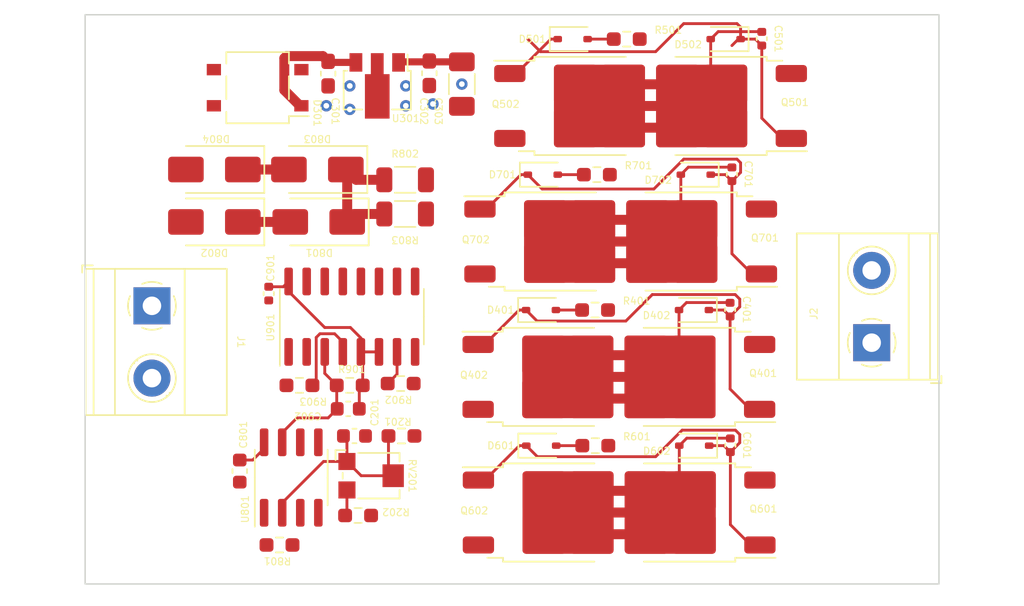
<source format=kicad_pcb>
(kicad_pcb (version 20221018) (generator pcbnew)
  (layers (0 "F.Cu" signal) (31 "B.Cu" signal) (34 "B.Paste" user) (35 "F.Paste" user) (36 "B.SilkS" user "B.Silkscreen") (37 "F.SilkS" user "F.Silkscreen") (38 "B.Mask" user) (39 "F.Mask" user) (44 "Edge.Cuts" user))
  (net 0 "")
  (net 1 "GND")
  (net 2 "/Vref/Vref")
  (net 3 "VCC")
  (net 4 "+5V")
  (net 5 "Net-(D402-A)")
  (net 6 "Net-(D401-K)")
  (net 7 "Net-(D502-A)")
  (net 8 "Net-(D501-K)")
  (net 9 "Net-(D602-A)")
  (net 10 "Net-(D601-K)")
  (net 11 "Net-(D702-A)")
  (net 12 "Net-(D701-K)")
  (net 13 "/compA/clock")
  (net 14 "/DCC_IN_B")
  (net 15 "/DCC_IN_A")
  (net 16 "Net-(D401-A)")
  (net 17 "Net-(D501-A)")
  (net 18 "Net-(D601-A)")
  (net 19 "Net-(D701-A)")
  (net 20 "Net-(D801-K)")
  (net 21 "/Mosfets1/IN")
  (net 22 "/DCC_OUT_A")
  (net 23 "/DCC_OUT_B")
  (net 24 "Net-(R202-Pad1)")
  (net 25 "/Mosfets1/GATE")
  (net 26 "/Mosfets2/GATE")
  (net 27 "Net-(U901A-S)")
  (net 28 "Net-(U901A-R)")
  (footprint "Resistor_SMD:R_1206_3216Metric" (layer "F.Cu") (at 182.9875 73 180)
    (fp_text reference "R803" (at 0 -1.82 180 unlocked) (layer "F.SilkS") (effects (font (size 0.5 0.5) (thickness 0.075))))
    (fp_text value "0R1")
    (pad "1" smd roundrect (at -1.4625 0 180) (size 1.125 1.75) (layers "F.Cu" "F.Paste" "F.Mask") (roundrect_rratio 0.2222222222) (net 1 "GND"))
    (pad "2" smd roundrect (at 1.4625 0 180) (size 1.125 1.75) (layers "F.Cu" "F.Paste" "F.Mask") (roundrect_rratio 0.2222222222) (net 20 "Net-(D801-K)"))
  )
  (footprint "Capacitor_SMD:C_0402_1005Metric" (layer "F.Cu") (at 173.402 78.5945 -90)
    (fp_text reference "C901" (at -1.806 -0.127 90 unlocked) (layer "F.SilkS") (effects (font (size 0.5 0.5) (thickness 0.075))))
    (fp_text value "100nF")
    (pad "1" smd roundrect (at -0.48 0 270) (size 0.56 0.62) (layers "F.Cu" "F.Paste" "F.Mask") (net 3 "VCC"))
    (pad "2" smd roundrect (at 0.48 0 270) (size 0.56 0.62) (layers "F.Cu" "F.Paste" "F.Mask") (net 1 "GND"))
  )
  (footprint "custom_kicad_lib_sk:R_0603_smalltext" (layer "F.Cu") (at 179.6815 94.1875)
    (fp_text reference "R202" (at 2.667 -0.254 180 unlocked) (layer "F.SilkS") (effects (font (size 0.5 0.5) (thickness 0.075))))
    (fp_text value "150R")
    (pad "1" smd roundrect (at -0.9125 0) (size 0.975 0.95) (layers "F.Cu" "F.Paste" "F.Mask") (net 24 "Net-(R202-Pad1)"))
    (pad "2" smd roundrect (at 0.9125 0) (size 0.975 0.95) (layers "F.Cu" "F.Paste" "F.Mask") (net 1 "GND"))
  )
  (footprint "Capacitor_SMD:C_0402_1005Metric" (layer "F.Cu") (at 205.950999 70.209 -90)
    (fp_text reference "C701" (at 0 -1.16 -90 unlocked) (layer "F.SilkS") (effects (font (size 0.5 0.5) (thickness 0.075))))
    (fp_text value "100nF")
    (pad "1" smd roundrect (at -0.48 0 270) (size 0.56 0.62) (layers "F.Cu" "F.Paste" "F.Mask") (net 11 "Net-(D702-A)"))
    (pad "2" smd roundrect (at 0.48 0 270) (size 0.56 0.62) (layers "F.Cu" "F.Paste" "F.Mask") (net 12 "Net-(D701-K)"))
  )
  (footprint "Package_TO_SOT_SMD:TO-252-2" (layer "F.Cu") (at 193.1765 93.9795)
    (fp_text reference "Q602" (at -5.334 -0.127 unlocked) (layer "F.SilkS") (effects (font (size 0.5 0.5) (thickness 0.075))))
    (fp_text value "MDD50N03D")
    (pad "1" smd roundrect (at -5.04 -2.28) (size 2.2 1.2) (layers "F.Cu" "F.Paste" "F.Mask") (roundrect_rratio 0.2083333333) (net 10 "Net-(D601-K)"))
    (pad "2" smd roundrect (at -0.415 -1.525) (size 3.05 2.75) (layers "F.Cu" "F.Paste") (roundrect_rratio 0.09090909091) (net 9 "Net-(D602-A)"))
    (pad "2" smd roundrect (at -0.415 1.525) (size 3.05 2.75) (layers "F.Cu" "F.Paste") (roundrect_rratio 0.09090909091) (net 9 "Net-(D602-A)"))
    (pad "2" smd roundrect (at 1.26 0) (size 6.4 5.8) (layers "F.Cu" "F.Mask") (roundrect_rratio 0.04310293103) (net 9 "Net-(D602-A)"))
    (pad "2" smd roundrect (at 2.935 -1.525) (size 3.05 2.75) (layers "F.Cu" "F.Paste") (roundrect_rratio 0.09090909091) (net 9 "Net-(D602-A)"))
    (pad "2" smd roundrect (at 2.935 1.525) (size 3.05 2.75) (layers "F.Cu" "F.Paste") (roundrect_rratio 0.09090909091) (net 9 "Net-(D602-A)"))
    (pad "3" smd roundrect (at -5.04 2.28) (size 2.2 1.2) (layers "F.Cu" "F.Paste" "F.Mask") (roundrect_rratio 0.2083333333) (net 14 "/DCC_IN_B"))
  )
  (footprint "custom_kicad_lib_sk:R_0603_smalltext" (layer "F.Cu") (at 174.1595 96.26 180)
    (fp_text reference "R801" (at 0.15 -1.125 180 unlocked) (layer "F.SilkS") (effects (font (size 0.5 0.5) (thickness 0.075))))
    (fp_text value "4k7")
    (pad "1" smd roundrect (at -0.9125 0 180) (size 0.975 0.95) (layers "F.Cu" "F.Paste" "F.Mask") (net 20 "Net-(D801-K)"))
    (pad "2" smd roundrect (at 0.9125 0 180) (size 0.975 0.95) (layers "F.Cu" "F.Paste" "F.Mask") (net 1 "GND"))
  )
  (footprint "Capacitor_SMD:C_0402_1005Metric" (layer "F.Cu") (at 208.05 60.684 -90)
    (fp_text reference "C501" (at 0 -1.16 -90 unlocked) (layer "F.SilkS") (effects (font (size 0.5 0.5) (thickness 0.075))))
    (fp_text value "100nF")
    (pad "1" smd roundrect (at -0.48 0 270) (size 0.56 0.62) (layers "F.Cu" "F.Paste" "F.Mask") (net 7 "Net-(D502-A)"))
    (pad "2" smd roundrect (at 0.48 0 270) (size 0.56 0.62) (layers "F.Cu" "F.Paste" "F.Mask") (net 8 "Net-(D501-K)"))
  )
  (footprint "Capacitor_SMD:C_1206_3216Metric_Pad1.33x1.80mm_HandSolder" (layer "F.Cu") (at 186.973 63.873 -90)
    (fp_text reference "C303" (at 1.905 1.651 -90 unlocked) (layer "F.SilkS") (effects (font (size 0.5 0.5) (thickness 0.075))))
    (fp_text value "100uF")
    (pad "1" smd roundrect (at -1.5625 0 270) (size 1.325 1.8) (layers "F.Cu" "F.Paste" "F.Mask") (roundrect_rratio 0.1886792453) (net 4 "+5V"))
    (pad "2" smd roundrect (at 1.5625 0 270) (size 1.325 1.8) (layers "F.Cu" "F.Paste" "F.Mask") (roundrect_rratio 0.1886792453) (net 1 "GND"))
  )
  (footprint "Capacitor_SMD:C_0402_1005Metric" (layer "F.Cu") (at 205.823999 79.722 -90)
    (fp_text reference "C401" (at 0 -1.16 -90 unlocked) (layer "F.SilkS") (effects (font (size 0.5 0.5) (thickness 0.075))))
    (fp_text value "100nF")
    (pad "1" smd roundrect (at -0.48 0 270) (size 0.56 0.62) (layers "F.Cu" "F.Paste" "F.Mask") (net 5 "Net-(D402-A)"))
    (pad "2" smd roundrect (at 0.48 0 270) (size 0.56 0.62) (layers "F.Cu" "F.Paste" "F.Mask") (net 6 "Net-(D401-K)"))
  )
  (footprint "Package_TO_SOT_SMD:TO-252-2" (layer "F.Cu") (at 193.285 74.936)
    (fp_text reference "Q702" (at -5.334 -0.127 unlocked) (layer "F.SilkS") (effects (font (size 0.5 0.5) (thickness 0.075))))
    (fp_text value "MDD50N03D")
    (pad "1" smd roundrect (at -5.04 -2.28) (size 2.2 1.2) (layers "F.Cu" "F.Paste" "F.Mask") (roundrect_rratio 0.2083333333) (net 12 "Net-(D701-K)"))
    (pad "2" smd roundrect (at -0.415 -1.525) (size 3.05 2.75) (layers "F.Cu" "F.Paste") (roundrect_rratio 0.09090909091) (net 11 "Net-(D702-A)"))
    (pad "2" smd roundrect (at -0.415 1.525) (size 3.05 2.75) (layers "F.Cu" "F.Paste") (roundrect_rratio 0.09090909091) (net 11 "Net-(D702-A)"))
    (pad "2" smd roundrect (at 1.26 0) (size 6.4 5.8) (layers "F.Cu" "F.Mask") (roundrect_rratio 0.04310293103) (net 11 "Net-(D702-A)"))
    (pad "2" smd roundrect (at 2.935 -1.525) (size 3.05 2.75) (layers "F.Cu" "F.Paste") (roundrect_rratio 0.09090909091) (net 11 "Net-(D702-A)"))
    (pad "2" smd roundrect (at 2.935 1.525) (size 3.05 2.75) (layers "F.Cu" "F.Paste") (roundrect_rratio 0.09090909091) (net 11 "Net-(D702-A)"))
    (pad "3" smd roundrect (at -5.04 2.28) (size 2.2 1.2) (layers "F.Cu" "F.Paste" "F.Mask") (roundrect_rratio 0.2083333333) (net 14 "/DCC_IN_B"))
  )
  (footprint "Capacitor_SMD:C_0402_1005Metric" (layer "F.Cu") (at 205.8425 89.2525 -90)
    (fp_text reference "C601" (at 0 -1.16 -90 unlocked) (layer "F.SilkS") (effects (font (size 0.5 0.5) (thickness 0.075))))
    (fp_text value "100nF")
    (pad "1" smd roundrect (at -0.48 0 270) (size 0.56 0.62) (layers "F.Cu" "F.Paste" "F.Mask") (net 9 "Net-(D602-A)"))
    (pad "2" smd roundrect (at 0.48 0 270) (size 0.56 0.62) (layers "F.Cu" "F.Paste" "F.Mask") (net 10 "Net-(D601-K)"))
  )
  (footprint "Diode_SMD:D_SOD-323" (layer "F.Cu") (at 192.5335 79.750001)
    (fp_text reference "D401" (at -2.828 0 unlocked) (layer "F.SilkS") (effects (font (size 0.5 0.5) (thickness 0.075))))
    (fp_text value "1N4148WS")
    (pad "1" smd roundrect (at -1.05 0) (size 0.6 0.45) (layers "F.Cu" "F.Paste" "F.Mask") (net 6 "Net-(D401-K)"))
    (pad "2" smd roundrect (at 1.05 0) (size 0.6 0.45) (layers "F.Cu" "F.Paste" "F.Mask") (net 16 "Net-(D401-A)"))
  )
  (footprint "Potentiometer_SMD:Potentiometer_Bourns_TC33X_Vertical" (layer "F.Cu") (at 180.6975 91.3935)
    (fp_text reference "RV201" (at 2.794 0 -90 unlocked) (layer "F.SilkS") (effects (font (size 0.5 0.5) (thickness 0.075))))
    (fp_text value "200R")
    (pad "1" smd rect (at -1.8 -1) (size 1.2 1.2) (layers "F.Cu" "F.Paste" "F.Mask") (net 2 "/Vref/Vref"))
    (pad "2" smd rect (at 1.45 0) (size 1.5 1.6) (layers "F.Cu" "F.Paste" "F.Mask") (net 2 "/Vref/Vref"))
    (pad "3" smd rect (at -1.8 1) (size 1.2 1.2) (layers "F.Cu" "F.Paste" "F.Mask") (net 24 "Net-(R202-Pad1)"))
  )
  (footprint "Capacitor_SMD:C_0603_1608Metric" (layer "F.Cu") (at 179.4275 88.5995 180)
    (fp_text reference "C201" (at -1.4205 1.651 90 unlocked) (layer "F.SilkS") (effects (font (size 0.5 0.5) (thickness 0.075))))
    (fp_text value "100nF")
    (pad "1" smd roundrect (at -0.775 0 180) (size 0.9 0.95) (layers "F.Cu" "F.Paste" "F.Mask") (net 1 "GND"))
    (pad "2" smd roundrect (at 0.775 0 180) (size 0.9 0.95) (layers "F.Cu" "F.Paste" "F.Mask") (net 2 "/Vref/Vref"))
  )
  (footprint "Package_TO_SOT_SMD:TO-252-2" (layer "F.Cu") (at 193.158 84.449)
    (fp_text reference "Q402" (at -5.334 -0.127 unlocked) (layer "F.SilkS") (effects (font (size 0.5 0.5) (thickness 0.075))))
    (fp_text value "MDD50N03D")
    (pad "1" smd roundrect (at -5.04 -2.28) (size 2.2 1.2) (layers "F.Cu" "F.Paste" "F.Mask") (roundrect_rratio 0.2083333333) (net 6 "Net-(D401-K)"))
    (pad "2" smd roundrect (at -0.415 -1.525) (size 3.05 2.75) (layers "F.Cu" "F.Paste") (roundrect_rratio 0.09090909091) (net 5 "Net-(D402-A)"))
    (pad "2" smd roundrect (at -0.415 1.525) (size 3.05 2.75) (layers "F.Cu" "F.Paste") (roundrect_rratio 0.09090909091) (net 5 "Net-(D402-A)"))
    (pad "2" smd roundrect (at 1.26 0) (size 6.4 5.8) (layers "F.Cu" "F.Mask") (roundrect_rratio 0.04310293103) (net 5 "Net-(D402-A)"))
    (pad "2" smd roundrect (at 2.935 -1.525) (size 3.05 2.75) (layers "F.Cu" "F.Paste") (roundrect_rratio 0.09090909091) (net 5 "Net-(D402-A)"))
    (pad "2" smd roundrect (at 2.935 1.525) (size 3.05 2.75) (layers "F.Cu" "F.Paste") (roundrect_rratio 0.09090909091) (net 5 "Net-(D402-A)"))
    (pad "3" smd roundrect (at -5.04 2.28) (size 2.2 1.2) (layers "F.Cu" "F.Paste" "F.Mask") (roundrect_rratio 0.2083333333) (net 21 "/Mosfets1/IN"))
  )
  (footprint "Capacitor_SMD:C_0603_1608Metric_Pad1.08x0.95mm_HandSolder" (layer "F.Cu") (at 184.687 63.111 -90)
    (fp_text reference "C302" (at 2.667 0.381 -90 unlocked) (layer "F.SilkS") (effects (font (size 0.5 0.5) (thickness 0.075))))
    (fp_text value "100nF")
    (pad "1" smd roundrect (at -0.8625 0 270) (size 1.075 0.95) (layers "F.Cu" "F.Paste" "F.Mask") (net 4 "+5V"))
    (pad "2" smd roundrect (at 0.8625 0 270) (size 1.075 0.95) (layers "F.Cu" "F.Paste" "F.Mask") (net 1 "GND"))
  )
  (footprint "Package_TO_SOT_SMD:TO-252-2" (layer "F.Cu") (at 195.384 65.411)
    (fp_text reference "Q502" (at -5.334 -0.127 unlocked) (layer "F.SilkS") (effects (font (size 0.5 0.5) (thickness 0.075))))
    (fp_text value "MDD50N03D")
    (pad "1" smd roundrect (at -5.04 -2.28) (size 2.2 1.2) (layers "F.Cu" "F.Paste" "F.Mask") (roundrect_rratio 0.2083333333) (net 8 "Net-(D501-K)"))
    (pad "2" smd roundrect (at -0.415 -1.525) (size 3.05 2.75) (layers "F.Cu" "F.Paste") (roundrect_rratio 0.09090909091) (net 7 "Net-(D502-A)"))
    (pad "2" smd roundrect (at -0.415 1.525) (size 3.05 2.75) (layers "F.Cu" "F.Paste") (roundrect_rratio 0.09090909091) (net 7 "Net-(D502-A)"))
    (pad "2" smd roundrect (at 1.26 0) (size 6.4 5.8) (layers "F.Cu" "F.Mask") (roundrect_rratio 0.04310293103) (net 7 "Net-(D502-A)"))
    (pad "2" smd roundrect (at 2.935 -1.525) (size 3.05 2.75) (layers "F.Cu" "F.Paste") (roundrect_rratio 0.09090909091) (net 7 "Net-(D502-A)"))
    (pad "2" smd roundrect (at 2.935 1.525) (size 3.05 2.75) (layers "F.Cu" "F.Paste") (roundrect_rratio 0.09090909091) (net 7 "Net-(D502-A)"))
    (pad "3" smd roundrect (at -5.04 2.28) (size 2.2 1.2) (layers "F.Cu" "F.Paste" "F.Mask") (roundrect_rratio 0.2083333333) (net 21 "/Mosfets1/IN"))
  )
  (footprint "MountingHole:MountingHole_3.2mm_M3" (layer "F.Cu") (at 164 62.5)
    (fp_text reference "REF**" hide)
    (fp_text value "MountingHole_3.2mm_M3")
    (pad "" np_thru_hole circle (at 0 0) (size 3.2 3.2) (drill 3.2) (layers "F&B.Cu" "*.Mask"))
  )
  (footprint "Diode_SMD:D_SOD-323" (layer "F.Cu") (at 203.410999 70.237 180)
    (fp_text reference "D702" (at 2.633 -0.381 unlocked) (layer "F.SilkS") (effects (font (size 0.5 0.5) (thickness 0.075))))
    (fp_text value "1N4148WS")
    (pad "1" smd roundrect (at -1.05 0 180) (size 0.6 0.45) (layers "F.Cu" "F.Paste" "F.Mask") (net 12 "Net-(D701-K)"))
    (pad "2" smd roundrect (at 1.05 0 180) (size 0.6 0.45) (layers "F.Cu" "F.Paste" "F.Mask") (net 11 "Net-(D702-A)"))
  )
  (footprint "Package_SO:SOIC-16_3.9x9.9mm_P1.27mm" (layer "F.Cu") (at 179.244 80.2175 90)
    (fp_text reference "U901" (at -0.762 -5.715 90 unlocked) (layer "F.SilkS") (effects (font (size 0.5 0.5) (thickness 0.075))))
    (fp_text value "4027")
    (pad "1" smd roundrect (at -2.475 -4.445 90) (size 1.95 0.6) (layers "F.Cu" "F.Paste" "F.Mask") (net 26 "/Mosfets2/GATE"))
    (pad "2" smd roundrect (at -2.475 -3.175 90) (size 1.95 0.6) (layers "F.Cu" "F.Paste" "F.Mask") (net 25 "/Mosfets1/GATE"))
    (pad "3" smd roundrect (at -2.475 -1.905 90) (size 1.95 0.6) (layers "F.Cu" "F.Paste" "F.Mask") (net 13 "/compA/clock"))
    (pad "4" smd roundrect (at -2.475 -0.635 90) (size 1.95 0.6) (layers "F.Cu" "F.Paste" "F.Mask") (net 28 "Net-(U901A-R)"))
    (pad "5" smd roundrect (at -2.475 0.635 90) (size 1.95 0.6) (layers "F.Cu" "F.Paste" "F.Mask") (net 3 "VCC"))
    (pad "6" smd roundrect (at -2.475 1.905 90) (size 1.95 0.6) (layers "F.Cu" "F.Paste" "F.Mask") (net 3 "VCC"))
    (pad "7" smd roundrect (at -2.475 3.175 90) (size 1.95 0.6) (layers "F.Cu" "F.Paste" "F.Mask") (net 27 "Net-(U901A-S)"))
    (pad "8" smd roundrect (at -2.475 4.445 90) (size 1.95 0.6) (layers "F.Cu" "F.Paste" "F.Mask") (net 1 "GND"))
    (pad "9" smd roundrect (at 2.475 4.445 90) (size 1.95 0.6) (layers "F.Cu" "F.Paste" "F.Mask"))
    (pad "10" smd roundrect (at 2.475 3.175 90) (size 1.95 0.6) (layers "F.Cu" "F.Paste" "F.Mask"))
    (pad "11" smd roundrect (at 2.475 1.905 90) (size 1.95 0.6) (layers "F.Cu" "F.Paste" "F.Mask"))
    (pad "12" smd roundrect (at 2.475 0.635 90) (size 1.95 0.6) (layers "F.Cu" "F.Paste" "F.Mask"))
    (pad "13" smd roundrect (at 2.475 -0.635 90) (size 1.95 0.6) (layers "F.Cu" "F.Paste" "F.Mask"))
    (pad "14" smd roundrect (at 2.475 -1.905 90) (size 1.95 0.6) (layers "F.Cu" "F.Paste" "F.Mask"))
    (pad "15" smd roundrect (at 2.475 -3.175 90) (size 1.95 0.6) (layers "F.Cu" "F.Paste" "F.Mask"))
    (pad "16" smd roundrect (at 2.475 -4.445 90) (size 1.95 0.6) (layers "F.Cu" "F.Paste" "F.Mask") (net 3 "VCC"))
  )
  (footprint "custom_kicad_lib_sk:R_0603_smalltext" (layer "F.Cu") (at 196.3515 89.2805 180)
    (fp_text reference "R601" (at -2.921 0.635 unlocked) (layer "F.SilkS") (effects (font (size 0.5 0.5) (thickness 0.075))))
    (fp_text value "100R")
    (pad "1" smd roundrect (at -0.9125 0 180) (size 0.975 0.95) (layers "F.Cu" "F.Paste" "F.Mask") (net 26 "/Mosfets2/GATE"))
    (pad "2" smd roundrect (at 0.9125 0 180) (size 0.975 0.95) (layers "F.Cu" "F.Paste" "F.Mask") (net 18 "Net-(D601-A)"))
  )
  (footprint "Diode_SMD:D_SMA" (layer "F.Cu") (at 176.821 69.876 180)
    (fp_text reference "D803" (at 0 2.159 180 unlocked) (layer "F.SilkS") (effects (font (size 0.5 0.5) (thickness 0.075))))
    (fp_text value "SS53")
    (pad "1" smd roundrect (at -2 0 180) (size 2.5 1.8) (layers "F.Cu" "F.Paste" "F.Mask") (roundrect_rratio 0.1388888889) (net 20 "Net-(D801-K)"))
    (pad "2" smd roundrect (at 2 0 180) (size 2.5 1.8) (layers "F.Cu" "F.Paste" "F.Mask") (roundrect_rratio 0.1388888889) (net 21 "/Mosfets1/IN"))
  )
  (footprint "Diode_SMD:D_SOD-323" (layer "F.Cu") (at 192.6605 70.237001)
    (fp_text reference "D701" (at -2.828 0 unlocked) (layer "F.SilkS") (effects (font (size 0.5 0.5) (thickness 0.075))))
    (fp_text value "1N4148WS")
    (pad "1" smd roundrect (at -1.05 0) (size 0.6 0.45) (layers "F.Cu" "F.Paste" "F.Mask") (net 12 "Net-(D701-K)"))
    (pad "2" smd roundrect (at 1.05 0) (size 0.6 0.45) (layers "F.Cu" "F.Paste" "F.Mask") (net 19 "Net-(D701-A)"))
  )
  (footprint "Package_TO_SOT_SMD:TO-252-2" (layer "F.Cu") (at 202.859 84.449 180)
    (fp_text reference "Q401" (at -5.285 0.254 unlocked) (layer "F.SilkS") (effects (font (size 0.5 0.5) (thickness 0.075))))
    (fp_text value "MDD50N03D")
    (pad "1" smd roundrect (at -5.04 -2.28 180) (size 2.2 1.2) (layers "F.Cu" "F.Paste" "F.Mask") (roundrect_rratio 0.2083333333) (net 6 "Net-(D401-K)"))
    (pad "2" smd roundrect (at -0.415 -1.525 180) (size 3.05 2.75) (layers "F.Cu" "F.Paste") (roundrect_rratio 0.09090909091) (net 5 "Net-(D402-A)"))
    (pad "2" smd roundrect (at -0.415 1.525 180) (size 3.05 2.75) (layers "F.Cu" "F.Paste") (roundrect_rratio 0.09090909091) (net 5 "Net-(D402-A)"))
    (pad "2" smd roundrect (at 1.26 0 180) (size 6.4 5.8) (layers "F.Cu" "F.Mask") (roundrect_rratio 0.04310293103) (net 5 "Net-(D402-A)"))
    (pad "2" smd roundrect (at 2.935 -1.525 180) (size 3.05 2.75) (layers "F.Cu" "F.Paste") (roundrect_rratio 0.09090909091) (net 5 "Net-(D402-A)"))
    (pad "2" smd roundrect (at 2.935 1.525 180) (size 3.05 2.75) (layers "F.Cu" "F.Paste") (roundrect_rratio 0.09090909091) (net 5 "Net-(D402-A)"))
    (pad "3" smd roundrect (at -5.04 2.28 180) (size 2.2 1.2) (layers "F.Cu" "F.Paste" "F.Mask") (roundrect_rratio 0.2083333333) (net 22 "/DCC_OUT_A"))
  )
  (footprint "Capacitor_SMD:C_0603_1608Metric" (layer "F.Cu") (at 171.3655 91.066 90)
    (fp_text reference "C801" (at 2.553 0.254 90 unlocked) (layer "F.SilkS") (effects (font (size 0.5 0.5) (thickness 0.075))))
    (fp_text value "100nF")
    (pad "1" smd roundrect (at -0.775 0 90) (size 0.9 0.95) (layers "F.Cu" "F.Paste" "F.Mask") (net 1 "GND"))
    (pad "2" smd roundrect (at 0.775 0 90) (size 0.9 0.95) (layers "F.Cu" "F.Paste" "F.Mask") (net 4 "+5V"))
  )
  (footprint "custom_kicad_lib_sk:R_0603_smalltext" (layer "F.Cu") (at 198.559 60.712 180)
    (fp_text reference "R501" (at -2.921 0.635 unlocked) (layer "F.SilkS") (effects (font (size 0.5 0.5) (thickness 0.075))))
    (fp_text value "100R")
    (pad "1" smd roundrect (at -0.9125 0 180) (size 0.975 0.95) (layers "F.Cu" "F.Paste" "F.Mask") (net 26 "/Mosfets2/GATE"))
    (pad "2" smd roundrect (at 0.9125 0 180) (size 0.975 0.95) (layers "F.Cu" "F.Paste" "F.Mask") (net 17 "Net-(D501-A)"))
  )
  (footprint "custom_kicad_lib_sk:R_0603_smalltext" (layer "F.Cu") (at 182.673 84.9165 180)
    (fp_text reference "R902" (at 0.15 -1.125 180 unlocked) (layer "F.SilkS") (effects (font (size 0.5 0.5) (thickness 0.075))))
    (fp_text value "22k")
    (pad "1" smd roundrect (at -0.9125 0 180) (size 0.975 0.95) (layers "F.Cu" "F.Paste" "F.Mask") (net 1 "GND"))
    (pad "2" smd roundrect (at 0.9125 0 180) (size 0.975 0.95) (layers "F.Cu" "F.Paste" "F.Mask") (net 27 "Net-(U901A-S)"))
  )
  (footprint "Diode_SMD:D_SOD-323" (layer "F.Cu") (at 205.51 60.712 180)
    (fp_text reference "D502" (at 2.633 -0.381 unlocked) (layer "F.SilkS") (effects (font (size 0.5 0.5) (thickness 0.075))))
    (fp_text value "1N4148WS")
    (pad "1" smd roundrect (at -1.05 0 180) (size 0.6 0.45) (layers "F.Cu" "F.Paste" "F.Mask") (net 8 "Net-(D501-K)"))
    (pad "2" smd roundrect (at 1.05 0 180) (size 0.6 0.45) (layers "F.Cu" "F.Paste" "F.Mask") (net 7 "Net-(D502-A)"))
  )
  (footprint "Diode_SMD:D_SMA" (layer "F.Cu") (at 176.916 73.559 180)
    (fp_text reference "D801" (at -0.032 -2.159 180 unlocked) (layer "F.SilkS") (effects (font (size 0.5 0.5) (thickness 0.075))))
    (fp_text value "SS53")
    (pad "1" smd roundrect (at -2 0 180) (size 2.5 1.8) (layers "F.Cu" "F.Paste" "F.Mask") (roundrect_rratio 0.1388888889) (net 20 "Net-(D801-K)"))
    (pad "2" smd roundrect (at 2 0 180) (size 2.5 1.8) (layers "F.Cu" "F.Paste" "F.Mask") (roundrect_rratio 0.1388888889) (net 15 "/DCC_IN_A"))
  )
  (footprint "MountingHole:MountingHole_3.2mm_M3" (layer "F.Cu") (at 217 62.5)
    (fp_text reference "REF**" hide)
    (fp_text value "MountingHole_3.2mm_M3")
    (pad "" np_thru_hole circle (at 0 0) (size 3.2 3.2) (drill 3.2) (layers "*.Cu" "*.Mask"))
  )
  (footprint "Package_TO_SOT_SMD:TO-269AA" (layer "F.Cu") (at 172.622 64.127 180)
    (fp_text reference "D301" (at -4.191 -1.778 270 unlocked) (layer "F.SilkS") (effects (font (size 0.5 0.5) (thickness 0.075))))
    (fp_text value "MB10S")
    (pad "1" smd rect (at -3.075 -1.27 180) (size 1 0.8) (layers "F.Cu" "F.Paste" "F.Mask") (net 3 "VCC"))
    (pad "2" smd rect (at -3.075 1.27 180) (size 1 0.8) (layers "F.Cu" "F.Paste" "F.Mask") (net 1 "GND"))
    (pad "3" smd rect (at 3.075 1.27 180) (size 1 0.8) (layers "F.Cu" "F.Paste" "F.Mask") (net 14 "/DCC_IN_B"))
    (pad "4" smd rect (at 3.075 -1.27 180) (size 1 0.8) (layers "F.Cu" "F.Paste" "F.Mask") (net 15 "/DCC_IN_A"))
  )
  (footprint "Capacitor_SMD:C_0603_1608Metric" (layer "F.Cu") (at 178.99 86.6945 180)
    (fp_text reference "C902" (at 2.841 -0.508 180 unlocked) (layer "F.SilkS") (effects (font (size 0.5 0.5) (thickness 0.075))))
    (fp_text value "10pF")
    (pad "1" smd roundrect (at -0.775 0 180) (size 0.9 0.95) (layers "F.Cu" "F.Paste" "F.Mask") (net 3 "VCC"))
    (pad "2" smd roundrect (at 0.775 0 180) (size 0.9 0.95) (layers "F.Cu" "F.Paste" "F.Mask") (net 13 "/compA/clock"))
  )
  (footprint "custom_kicad_lib_sk:R_0603_smalltext" (layer "F.Cu") (at 179.0935 85.0435)
    (fp_text reference "R901" (at 0.15 -1.125 unlocked) (layer "F.SilkS") (effects (font (size 0.5 0.5) (thickness 0.075))))
    (fp_text value "10k")
    (pad "1" smd roundrect (at -0.9125 0) (size 0.975 0.95) (layers "F.Cu" "F.Paste" "F.Mask") (net 13 "/compA/clock"))
    (pad "2" smd roundrect (at 0.9125 0) (size 0.975 0.95) (layers "F.Cu" "F.Paste" "F.Mask") (net 3 "VCC"))
  )
  (footprint "custom_kicad_lib_sk:R_0603_smalltext" (layer "F.Cu") (at 196.333 79.750001 180)
    (fp_text reference "R401" (at -2.921 0.635 unlocked) (layer "F.SilkS") (effects (font (size 0.5 0.5) (thickness 0.075))))
    (fp_text value "100R")
    (pad "1" smd roundrect (at -0.9125 0 180) (size 0.975 0.95) (layers "F.Cu" "F.Paste" "F.Mask") (net 25 "/Mosfets1/GATE"))
    (pad "2" smd roundrect (at 0.9125 0 180) (size 0.975 0.95) (layers "F.Cu" "F.Paste" "F.Mask") (net 16 "Net-(D401-A)"))
  )
  (footprint "Diode_SMD:D_SOD-323" (layer "F.Cu") (at 203.3025 89.2805 180)
    (fp_text reference "D602" (at 2.633 -0.381 unlocked) (layer "F.SilkS") (effects (font (size 0.5 0.5) (thickness 0.075))))
    (fp_text value "1N4148WS")
    (pad "1" smd roundrect (at -1.05 0 180) (size 0.6 0.45) (layers "F.Cu" "F.Paste" "F.Mask") (net 10 "Net-(D601-K)"))
    (pad "2" smd roundrect (at 1.05 0 180) (size 0.6 0.45) (layers "F.Cu" "F.Paste" "F.Mask") (net 9 "Net-(D602-A)"))
  )
  (footprint "Package_SO:SOIC-8_3.9x4.9mm_P1.27mm" (layer "F.Cu") (at 174.9825 91.5205 90)
    (fp_text reference "U801" (at -2.2255 -3.236 90 unlocked) (layer "F.SilkS") (effects (font (size 0.5 0.5) (thickness 0.075))))
    (fp_text value "LM311")
    (pad "1" smd roundrect (at -2.475 -1.905 90) (size 1.95 0.6) (layers "F.Cu" "F.Paste" "F.Mask") (net 1 "GND"))
    (pad "2" smd roundrect (at -2.475 -0.635 90) (size 1.95 0.6) (layers "F.Cu" "F.Paste" "F.Mask") (net 2 "/Vref/Vref"))
    (pad "3" smd roundrect (at -2.475 0.635 90) (size 1.95 0.6) (layers "F.Cu" "F.Paste" "F.Mask") (net 20 "Net-(D801-K)"))
    (pad "4" smd roundrect (at -2.475 1.905 90) (size 1.95 0.6) (layers "F.Cu" "F.Paste" "F.Mask") (net 1 "GND"))
    (pad "5" smd roundrect (at 2.475 1.905 90) (size 1.95 0.6) (layers "F.Cu" "F.Paste" "F.Mask"))
    (pad "6" smd roundrect (at 2.475 0.635 90) (size 1.95 0.6) (layers "F.Cu" "F.Paste" "F.Mask"))
    (pad "7" smd roundrect (at 2.475 -0.635 90) (size 1.95 0.6) (layers "F.Cu" "F.Paste" "F.Mask") (net 13 "/compA/clock"))
    (pad "8" smd roundrect (at 2.475 -1.905 90) (size 1.95 0.6) (layers "F.Cu" "F.Paste" "F.Mask") (net 4 "+5V"))
  )
  (footprint "custom_kicad_lib_sk:R_0603_smalltext" (layer "F.Cu") (at 182.7295 88.5995 180)
    (fp_text reference "R201" (at 0.254 1.016 180 unlocked) (layer "F.SilkS") (effects (font (size 0.5 0.5) (thickness 0.075))))
    (fp_text value "10k")
    (pad "1" smd roundrect (at -0.9125 0 180) (size 0.975 0.95) (layers "F.Cu" "F.Paste" "F.Mask") (net 4 "+5V"))
    (pad "2" smd roundrect (at 0.9125 0 180) (size 0.975 0.95) (layers "F.Cu" "F.Paste" "F.Mask") (net 2 "/Vref/Vref"))
  )
  (footprint "Diode_SMD:D_SMA" (layer "F.Cu") (at 169.582 73.559 180)
    (fp_text reference "D802" (at 0 -2.159 180 unlocked) (layer "F.SilkS") (effects (font (size 0.5 0.5) (thickness 0.075))))
    (fp_text value "SS53")
    (pad "1" smd roundrect (at -2 0 180) (size 2.5 1.8) (layers "F.Cu" "F.Paste" "F.Mask") (roundrect_rratio 0.1388888889) (net 15 "/DCC_IN_A"))
    (pad "2" smd roundrect (at 2 0 180) (size 2.5 1.8) (layers "F.Cu" "F.Paste" "F.Mask") (roundrect_rratio 0.1388888889) (net 1 "GND"))
  )
  (footprint "Diode_SMD:D_SMA" (layer "F.Cu") (at 169.582 69.876 180)
    (fp_text reference "D804" (at -0.127 2.159 180 unlocked) (layer "F.SilkS") (effects (font (size 0.5 0.5) (thickness 0.075))))
    (fp_text value "SS53")
    (pad "1" smd roundrect (at -2 0 180) (size 2.5 1.8) (layers "F.Cu" "F.Paste" "F.Mask") (roundrect_rratio 0.1388888889) (net 21 "/Mosfets1/IN"))
    (pad "2" smd roundrect (at 2 0 180) (size 2.5 1.8) (layers "F.Cu" "F.Paste" "F.Mask") (roundrect_rratio 0.1388888889) (net 1 "GND"))
  )
  (footprint "custom_kicad_lib_sk:R_0603_smalltext" (layer "F.Cu") (at 175.561 85.0435 180)
    (fp_text reference "R903" (at -0.969 -1.125 180 unlocked) (layer "F.SilkS") (effects (font (size 0.5 0.5) (thickness 0.075))))
    (fp_text value "22k")
    (pad "1" smd roundrect (at -0.9125 0 180) (size 0.975 0.95) (layers "F.Cu" "F.Paste" "F.Mask") (net 28 "Net-(U901A-R)"))
    (pad "2" smd roundrect (at 0.9125 0 180) (size 0.975 0.95) (layers "F.Cu" "F.Paste" "F.Mask") (net 1 "GND"))
  )
  (footprint "Resistor_SMD:R_1206_3216Metric" (layer "F.Cu") (at 182.9875 70.599)
    (fp_text reference "R802" (at 0 -1.82 unlocked) (layer "F.SilkS") (effects (font (size 0.5 0.5) (thickness 0.075))))
    (fp_text value "0R1")
    (pad "1" smd roundrect (at -1.4625 0) (size 1.125 1.75) (layers "F.Cu" "F.Paste" "F.Mask") (roundrect_rratio 0.2222222222) (net 20 "Net-(D801-K)"))
    (pad "2" smd roundrect (at 1.4625 0) (size 1.125 1.75) (layers "F.Cu" "F.Paste" "F.Mask") (roundrect_rratio 0.2222222222) (net 1 "GND"))
  )
  (footprint "Package_TO_SOT_SMD:TO-252-2" (layer "F.Cu") (at 205.085 65.411 180)
    (fp_text reference "Q501" (at -5.285 0.254 unlocked) (layer "F.SilkS") (effects (font (size 0.5 0.5) (thickness 0.075))))
    (fp_text value "MDD50N03D")
    (pad "1" smd roundrect (at -5.04 -2.28 180) (size 2.2 1.2) (layers "F.Cu" "F.Paste" "F.Mask") (roundrect_rratio 0.2083333333) (net 8 "Net-(D501-K)"))
    (pad "2" smd roundrect (at -0.415 -1.525 180) (size 3.05 2.75) (layers "F.Cu" "F.Paste") (roundrect_rratio 0.09090909091) (net 7 "Net-(D502-A)"))
    (pad "2" smd roundrect (at -0.415 1.525 180) (size 3.05 2.75) (layers "F.Cu" "F.Paste") (roundrect_rratio 0.09090909091) (net 7 "Net-(D502-A)"))
    (pad "2" smd roundrect (at 1.26 0 180) (size 6.4 5.8) (layers "F.Cu" "F.Mask") (roundrect_rratio 0.04310293103) (net 7 "Net-(D502-A)"))
    (pad "2" smd roundrect (at 2.935 -1.525 180) (size 3.05 2.75) (layers "F.Cu" "F.Paste") (roundrect_rratio 0.09090909091) (net 7 "Net-(D502-A)"))
    (pad "2" smd roundrect (at 2.935 1.525 180) (size 3.05 2.75) (layers "F.Cu" "F.Paste") (roundrect_rratio 0.09090909091) (net 7 "Net-(D502-A)"))
    (pad "3" smd roundrect (at -5.04 2.28 180) (size 2.2 1.2) (layers "F.Cu" "F.Paste" "F.Mask") (roundrect_rratio 0.2083333333) (net 23 "/DCC_OUT_B"))
  )
  (footprint "Diode_SMD:D_SOD-323" (layer "F.Cu") (at 203.283999 79.75 180)
    (fp_text reference "D402" (at 2.633 -0.381 unlocked) (layer "F.SilkS") (effects (font (size 0.5 0.5) (thickness 0.075))))
    (fp_text value "1N4148WS")
    (pad "1" smd roundrect (at -1.05 0 180) (size 0.6 0.45) (layers "F.Cu" "F.Paste" "F.Mask") (net 6 "Net-(D401-K)"))
    (pad "2" smd roundrect (at 1.05 0 180) (size 0.6 0.45) (layers "F.Cu" "F.Paste" "F.Mask") (net 5 "Net-(D402-A)"))
  )
  (footprint "Package_TO_SOT_SMD:TO-252-2" (layer "F.Cu") (at 202.8775 93.9795 180)
    (fp_text reference "Q601" (at -5.285 0.254 unlocked) (layer "F.SilkS") (effects (font (size 0.5 0.5) (thickness 0.075))))
    (fp_text value "MDD50N03D")
    (pad "1" smd roundrect (at -5.04 -2.28 180) (size 2.2 1.2) (layers "F.Cu" "F.Paste" "F.Mask") (roundrect_rratio 0.2083333333) (net 10 "Net-(D601-K)"))
    (pad "2" smd roundrect (at -0.415 -1.525 180) (size 3.05 2.75) (layers "F.Cu" "F.Paste") (roundrect_rratio 0.09090909091) (net 9 "Net-(D602-A)"))
    (pad "2" smd roundrect (at -0.415 1.525 180) (size 3.05 2.75) (layers "F.Cu" "F.Paste") (roundrect_rratio 0.09090909091) (net 9 "Net-(D602-A)"))
    (pad "2" smd roundrect (at 1.26 0 180) (size 6.4 5.8) (layers "F.Cu" "F.Mask") (roundrect_rratio 0.04310293103) (net 9 "Net-(D602-A)"))
    (pad "2" smd roundrect (at 2.935 -1.525 180) (size 3.05 2.75) (layers "F.Cu" "F.Paste") (roundrect_rratio 0.09090909091) (net 9 "Net-(D602-A)"))
    (pad "2" smd roundrect (at 2.935 1.525 180) (size 3.05 2.75) (layers "F.Cu" "F.Paste") (roundrect_rratio 0.09090909091) (net 9 "Net-(D602-A)"))
    (pad "3" smd roundrect (at -5.04 2.28 180) (size 2.2 1.2) (layers "F.Cu" "F.Paste" "F.Mask") (roundrect_rratio 0.2083333333) (net 22 "/DCC_OUT_A"))
  )
  (footprint "MountingHole:MountingHole_3.2mm_M3" (layer "F.Cu") (at 217 95.5)
    (fp_text reference "REF**" hide)
    (fp_text value "MountingHole_3.2mm_M3")
    (pad "" np_thru_hole circle (at 0 0) (size 3.2 3.2) (drill 3.2) (layers "F&B.Cu" "*.Mask"))
  )
  (footprint "Diode_SMD:D_SOD-323" (layer "F.Cu") (at 194.7595 60.712)
    (fp_text reference "D501" (at -2.828 0 unlocked) (layer "F.SilkS") (effects (font (size 0.5 0.5) (thickness 0.075))))
    (fp_text value "1N4148WS")
    (pad "1" smd roundrect (at -1.05 0) (size 0.6 0.45) (layers "F.Cu" "F.Paste" "F.Mask") (net 8 "Net-(D501-K)"))
    (pad "2" smd roundrect (at 1.05 0) (size 0.6 0.45) (layers "F.Cu" "F.Paste" "F.Mask") (net 17 "Net-(D501-A)"))
  )
  (footprint "Package_TO_SOT_SMD:TO-252-2" (layer "F.Cu") (at 202.986 74.936 180)
    (fp_text reference "Q701" (at -5.285 0.254 unlocked) (layer "F.SilkS") (effects (font (size 0.5 0.5) (thickness 0.075))))
    (fp_text value "MDD50N03D")
    (pad "1" smd roundrect (at -5.04 -2.28 180) (size 2.2 1.2) (layers "F.Cu" "F.Paste" "F.Mask") (roundrect_rratio 0.2083333333) (net 12 "Net-(D701-K)"))
    (pad "2" smd roundrect (at -0.415 -1.525 180) (size 3.05 2.75) (layers "F.Cu" "F.Paste") (roundrect_rratio 0.09090909091) (net 11 "Net-(D702-A)"))
    (pad "2" smd roundrect (at -0.415 1.525 180) (size 3.05 2.75) (layers "F.Cu" "F.Paste") (roundrect_rratio 0.09090909091) (net 11 "Net-(D702-A)"))
    (pad "2" smd roundrect (at 1.26 0 180) (size 6.4 5.8) (layers "F.Cu" "F.Mask") (roundrect_rratio 0.04310293103) (net 11 "Net-(D702-A)"))
    (pad "2" smd roundrect (at 2.935 -1.525 180) (size 3.05 2.75) (layers "F.Cu" "F.Paste") (roundrect_rratio 0.09090909091) (net 11 "Net-(D702-A)"))
    (pad "2" smd roundrect (at 2.935 1.525 180) (size 3.05 2.75) (layers "F.Cu" "F.Paste") (roundrect_rratio 0.09090909091) (net 11 "Net-(D702-A)"))
    (pad "3" smd roundrect (at -5.04 2.28 180) (size 2.2 1.2) (layers "F.Cu" "F.Paste" "F.Mask") (roundrect_rratio 0.2083333333) (net 23 "/DCC_OUT_B"))
  )
  (footprint "Capacitor_SMD:C_0603_1608Metric_Pad1.08x0.95mm_HandSolder" (layer "F.Cu") (at 177.575 63.1375 -90)
    (fp_text reference "C301" (at 2.6405 -0.508 -90 unlocked) (layer "F.SilkS") (effects (font (size 0.5 0.5) (thickness 0.075))))
    (fp_text value "330nF")
    (pad "1" smd roundrect (at -0.8625 0 270) (size 1.075 0.95) (layers "F.Cu" "F.Paste" "F.Mask") (net 3 "VCC"))
    (pad "2" smd roundrect (at 0.8625 0 270) (size 1.075 0.95) (layers "F.Cu" "F.Paste" "F.Mask") (net 1 "GND"))
  )
  (footprint "custom_kicad_lib_sk:R_0603_smalltext" (layer "F.Cu") (at 196.46 70.237001 180)
    (fp_text reference "R701" (at -2.921 0.635 unlocked) (layer "F.SilkS") (effects (font (size 0.5 0.5) (thickness 0.075))))
    (fp_text value "100R")
    (pad "1" smd roundrect (at -0.9125 0 180) (size 0.975 0.95) (layers "F.Cu" "F.Paste" "F.Mask") (net 25 "/Mosfets1/GATE"))
    (pad "2" smd roundrect (at 0.9125 0 180) (size 0.975 0.95) (layers "F.Cu" "F.Paste" "F.Mask") (net 19 "Net-(D701-A)"))
  )
  (footprint "TerminalBlock_Phoenix:TerminalBlock_Phoenix_MKDS-1,5-2-5.08_1x02_P5.08mm_Horizontal" (layer "F.Cu") (at 165.195 79.455 -90)
    (fp_text reference "J1" (at 2.54 -6.26 -90 unlocked) (layer "F.SilkS") (effects (font (size 0.5 0.5) (thickness 0.075))))
    (fp_text value "Screw_Terminal_01x02")
    (pad "1" thru_hole rect (at 0 0 270) (size 2.6 2.6) (drill 1.3) (layers "*.Cu" "*.Mask") (net 15 "/DCC_IN_A"))
    (pad "2" thru_hole circle (at 5.08 0 270) (size 2.6 2.6) (drill 1.3) (layers "*.Cu" "*.Mask") (net 14 "/DCC_IN_B"))
  )
  (footprint "TerminalBlock_Phoenix:TerminalBlock_Phoenix_MKDS-1,5-2-5.08_1x02_P5.08mm_Horizontal" (layer "F.Cu") (at 215.773 82.045 90)
    (fp_text reference "J2" (at 2.032 -4.064 90 unlocked) (layer "F.SilkS") (effects (font (size 0.5 0.5) (thickness 0.075))))
    (fp_text value "Screw_Terminal_01x02")
    (pad "1" thru_hole rect (at 0 0 90) (size 2.6 2.6) (drill 1.3) (layers "*.Cu" "*.Mask") (net 22 "/DCC_OUT_A"))
    (pad "2" thru_hole circle (at 5.08 0 90) (size 2.6 2.6) (drill 1.3) (layers "*.Cu" "*.Mask") (net 23 "/DCC_OUT_B"))
  )
  (footprint "Diode_SMD:D_SOD-323" (layer "F.Cu") (at 192.552 89.2805)
    (fp_text reference "D601" (at -2.828 0 unlocked) (layer "F.SilkS") (effects (font (size 0.5 0.5) (thickness 0.075))))
    (fp_text value "1N4148WS")
    (pad "1" smd roundrect (at -1.05 0) (size 0.6 0.45) (layers "F.Cu" "F.Paste" "F.Mask") (net 10 "Net-(D601-K)"))
    (pad "2" smd roundrect (at 1.05 0) (size 0.6 0.45) (layers "F.Cu" "F.Paste" "F.Mask") (net 18 "Net-(D601-A)"))
  )
  (footprint "Package_TO_SOT_SMD:SOT-89-3" (layer "F.Cu") (at 181.028 64.299 -90)
    (fp_text reference "U301" (at 1.987 -2.008 unlocked) (layer "F.SilkS") (effects (font (size 0.5 0.5) (thickness 0.075))))
    (fp_text value "L78L05_SOT89")
    (pad "1" smd rect (at -1.95 -1.5 270) (size 1.3 0.9) (layers "F.Cu" "F.Paste" "F.Mask") (net 4 "+5V"))
    (pad "2" smd custom (at -1.8625 0 270) (size 1.475 0.9) (layers "F.Cu" "F.Paste" "F.Mask") (net 1 "GND") (options (clearance outline) (anchor rect)) (primitives (gr_poly (pts (xy 3.8625 0.8665) (xy 0.7375 0.8665) (xy 0.7375 -0.8665) (xy 3.8625 -0.8665)) (width 0) (fill yes))))
    (pad "3" smd rect (at -1.95 1.5 270) (size 1.3 0.9) (layers "F.Cu" "F.Paste" "F.Mask") (net 3 "VCC"))
  )
  (footprint "MountingHole:MountingHole_3.2mm_M3" (layer "F.Cu") (at 164 95.5)
    (fp_text reference "REF**" hide)
    (fp_text value "MountingHole_3.2mm_M3")
    (pad "" np_thru_hole circle (at 0 0) (size 3.2 3.2) (drill 3.2) (layers "F&B.Cu" "*.Mask"))
  )
  (gr_rect (start 160.5 59) (end 220.5 99) (stroke (width 0.1)) (fill none) (layer "Edge.Cuts"))
  (via (at 177.448 65.397) (size 0.8) (drill 0.4) (layers "F.Cu" "B.Cu") (net 1))
  (via (at 179.099 64) (size 0.8) (drill 0.4) (layers "F.Cu" "B.Cu") (net 1))
  (via (at 186.973 63.873) (size 0.8) (drill 0.4) (layers "F.Cu" "B.Cu") (net 1))
  (via (at 179.099 65.651) (size 0.8) (drill 0.4) (layers "F.Cu" "B.Cu") (net 1))
  (via (at 184.941 65.27) (size 0.8) (drill 0.4) (layers "F.Cu" "B.Cu") (net 1))
  (via (at 183.036 65.397) (size 0.8) (drill 0.4) (layers "F.Cu" "B.Cu") (net 1))
  (via (at 183.036 64) (size 0.8) (drill 0.4) (layers "F.Cu" "B.Cu") (net 1))
  (segment (start 181.817 91.063) (end 182.1475 91.3935) (width 0.2) (layer "F.Cu") (net 2))
  (segment (start 178.8975 90.3935) (end 177.2525 90.3935) (width 0.2) (layer "F.Cu") (net 2))
  (segment (start 174.3475 93.2985) (end 174.3475 93.9955) (width 0.2) (layer "F.Cu") (net 2))
  (segment (start 178.8975 90.3935) (end 178.8975 88.8445) (width 0.2) (layer "F.Cu") (net 2))
  (segment (start 179.8975 91.3935) (end 178.8975 90.3935) (width 0.2) (layer "F.Cu") (net 2))
  (segment (start 178.8975 88.8445) (end 178.6525 88.5995) (width 0.2) (layer "F.Cu") (net 2))
  (segment (start 181.817 88.5995) (end 181.817 91.063) (width 0.2) (layer "F.Cu") (net 2))
  (segment (start 182.1475 91.3935) (end 179.8975 91.3935) (width 0.2) (layer "F.Cu") (net 2))
  (segment (start 177.2525 90.3935) (end 174.3475 93.2985) (width 0.2) (layer "F.Cu") (net 2))
  (segment (start 179.879 82.6925) (end 179.879 81.717501) (width 0.2) (layer "F.Cu") (net 3))
  (segment (start 174.427 78.1145) (end 174.799 77.7425) (width 0.2) (layer "F.Cu") (net 3))
  (segment (start 174.799 78.4395) (end 174.799 77.7425) (width 0.2) (layer "F.Cu") (net 3))
  (segment (start 174.647 61.907) (end 177.207 61.907) (width 0.7) (layer "F.Cu") (net 3))
  (segment (start 181.149 82.6925) (end 179.879 82.6925) (width 0.2) (layer "F.Cu") (net 3))
  (segment (start 179.765 86.6945) (end 179.765 85.2845) (width 0.2) (layer "F.Cu") (net 3))
  (segment (start 177.339 80.9795) (end 174.799 78.4395) (width 0.2) (layer "F.Cu") (net 3))
  (segment (start 179.765 85.2845) (end 180.006 85.0435) (width 0.2) (layer "F.Cu") (net 3))
  (segment (start 179.528 62.349) (end 177.649 62.349) (width 0.5) (layer "F.Cu") (net 3))
  (segment (start 175.697 65.397) (end 175.597 65.397) (width 0.7) (layer "F.Cu") (net 3))
  (segment (start 175.597 65.397) (end 174.497 64.297) (width 0.7) (layer "F.Cu") (net 3))
  (segment (start 180.006 85.0435) (end 180.006 82.8195) (width 0.2) (layer "F.Cu") (net 3))
  (segment (start 179.879 81.717501) (end 179.140999 80.9795) (width 0.2) (layer "F.Cu") (net 3))
  (segment (start 177.649 62.349) (end 177.575 62.275) (width 0.5) (layer "F.Cu") (net 3))
  (segment (start 177.207 61.907) (end 177.575 62.275) (width 0.7) (layer "F.Cu") (net 3))
  (segment (start 174.497 64.297) (end 174.497 62.057) (width 0.7) (layer "F.Cu") (net 3))
  (segment (start 179.140999 80.9795) (end 177.339 80.9795) (width 0.2) (layer "F.Cu") (net 3))
  (segment (start 173.402 78.1145) (end 174.427 78.1145) (width 0.2) (layer "F.Cu") (net 3))
  (segment (start 180.006 82.8195) (end 179.879 82.6925) (width 0.2) (layer "F.Cu") (net 3))
  (segment (start 174.497 62.057) (end 174.647 61.907) (width 0.7) (layer "F.Cu") (net 3))
  (segment (start 186.973 62.3105) (end 182.5665 62.3105) (width 0.5) (layer "F.Cu") (net 4))
  (segment (start 173.0775 89.4885) (end 172.275 90.291) (width 0.2) (layer "F.Cu") (net 4))
  (segment (start 173.0775 89.0455) (end 173.0775 89.4885) (width 0.2) (layer "F.Cu") (net 4))
  (segment (start 182.5665 62.3105) (end 182.528 62.349) (width 0.5) (layer "F.Cu") (net 4))
  (segment (start 172.275 90.291) (end 171.3655 90.291) (width 0.2) (layer "F.Cu") (net 4))
  (segment (start 202.234 83.814) (end 201.599 84.449) (width 0.2) (layer "F.Cu") (net 5))
  (segment (start 203.274 85.974) (end 195.943 85.974) (width 0.7) (layer "F.Cu") (net 5))
  (segment (start 202.759 79.225) (end 202.234 79.75) (width 0.2) (layer "F.Cu") (net 5))
  (segment (start 205.807 79.225) (end 202.759 79.225) (width 0.2) (layer "F.Cu") (net 5))
  (segment (start 194.418 84.449) (end 201.599 84.449) (width 0.7) (layer "F.Cu") (net 5))
  (segment (start 202.234 79.75) (end 202.234 83.814) (width 0.2) (layer "F.Cu") (net 5))
  (segment (start 205.824 79.242) (end 205.807 79.225) (width 0.2) (layer "F.Cu") (net 5))
  (segment (start 195.943 85.974) (end 194.418 84.449) (width 0.7) (layer "F.Cu") (net 5))
  (segment (start 203.274 82.924) (end 196.093 82.924) (width 0.7) (layer "F.Cu") (net 5))
  (segment (start 206.180133 78.662) (end 206.502 78.983867) (width 0.2) (layer "F.Cu") (net 6))
  (segment (start 205.824 85.304) (end 207.249 86.729) (width 0.2) (layer "F.Cu") (net 6))
  (segment (start 200.357 78.662) (end 206.180133 78.662) (width 0.2) (layer "F.Cu") (net 6))
  (segment (start 188.58 82.169) (end 190.999 79.75) (width 0.2) (layer "F.Cu") (net 6))
  (segment (start 206.502 78.983867) (end 206.502 79.523999) (width 0.2) (layer "F.Cu") (net 6))
  (segment (start 204.334 79.75) (end 205.372 79.75) (width 0.2) (layer "F.Cu") (net 6))
  (segment (start 188.118 82.169) (end 188.58 82.169) (width 0.2) (layer "F.Cu") (net 6))
  (segment (start 192.2585 80.525001) (end 198.493999 80.525001) (width 0.2) (layer "F.Cu") (net 6))
  (segment (start 190.999 79.75) (end 191.4835 79.75) (width 0.2) (layer "F.Cu") (net 6))
  (segment (start 205.372 79.75) (end 205.824 80.202) (width 0.2) (layer "F.Cu") (net 6))
  (segment (start 207.249 86.729) (end 207.899 86.729) (width 0.2) (layer "F.Cu") (net 6))
  (segment (start 206.502 79.523999) (end 205.823999 80.202) (width 0.2) (layer "F.Cu") (net 6))
  (segment (start 191.4835 79.750001) (end 192.2585 80.525001) (width 0.2) (layer "F.Cu") (net 6))
  (segment (start 198.493999 80.525001) (end 200.357 78.662) (width 0.2) (layer "F.Cu") (net 6))
  (segment (start 205.824 80.202) (end 205.824 85.304) (width 0.2) (layer "F.Cu") (net 6))
  (segment (start 204.46 60.712) (end 204.46 64.776) (width 0.2) (layer "F.Cu") (net 7))
  (segment (start 198.169 66.936) (end 196.644 65.411) (width 0.7) (layer "F.Cu") (net 7))
  (segment (start 205.5 63.886) (end 198.319 63.886) (width 0.7) (layer "F.Cu") (net 7))
  (segment (start 204.985 60.187) (end 204.46 60.712) (width 0.2) (layer "F.Cu") (net 7))
  (segment (start 208.05 60.204) (end 208.033 60.187) (width 0.2) (layer "F.Cu") (net 7))
  (segment (start 204.46 64.776) (end 203.825 65.411) (width 0.2) (layer "F.Cu") (net 7))
  (segment (start 205.5 66.936) (end 198.169 66.936) (width 0.7) (layer "F.Cu") (net 7))
  (segment (start 196.644 65.411) (end 203.825 65.411) (width 0.7) (layer "F.Cu") (net 7))
  (segment (start 208.033 60.187) (end 204.985 60.187) (width 0.2) (layer "F.Cu") (net 7))
  (segment (start 192.4935 61.595) (end 200.59152 61.595) (width 0.2) (layer "F.Cu") (net 8))
  (segment (start 206.561 60.554) (end 205.951 61.164) (width 0.2) (layer "F.Cu") (net 8))
  (segment (start 206.561 59.876) (end 206.561 60.554) (width 0.2) (layer "F.Cu") (net 8))
  (segment (start 206.309 59.624) (end 206.561 59.876) (width 0.2) (layer "F.Cu") (net 8))
  (segment (start 190.806 63.131) (end 193.225 60.712) (width 0.2) (layer "F.Cu") (net 8))
  (segment (start 208.05 66.266) (end 209.475 67.691) (width 0.2) (layer "F.Cu") (net 8))
  (segment (start 191.6105 60.712) (end 192.4935 61.595) (width 0.2) (layer "F.Cu") (net 8))
  (segment (start 206.56 60.712) (end 207.598 60.712) (width 0.2) (layer "F.Cu") (net 8))
  (segment (start 193.225 60.712) (end 193.7095 60.712) (width 0.2) (layer "F.Cu") (net 8))
  (segment (start 208.05 61.164) (end 208.05 66.266) (width 0.2) (layer "F.Cu") (net 8))
  (segment (start 190.344 63.131) (end 190.806 63.131) (width 0.2) (layer "F.Cu") (net 8))
  (segment (start 202.56252 59.624) (end 206.309 59.624) (width 0.2) (layer "F.Cu") (net 8))
  (segment (start 209.475 67.691) (end 210.125 67.691) (width 0.2) (layer "F.Cu") (net 8))
  (segment (start 200.59152 61.595) (end 202.56252 59.624) (width 0.2) (layer "F.Cu") (net 8))
  (segment (start 207.598 60.712) (end 208.05 61.164) (width 0.2) (layer "F.Cu") (net 8))
  (segment (start 202.7775 88.7555) (end 202.2525 89.2805) (width 0.2) (layer "F.Cu") (net 9))
  (segment (start 205.8425 88.7725) (end 205.8255 88.7555) (width 0.2) (layer "F.Cu") (net 9))
  (segment (start 203.2925 95.5045) (end 195.9615 95.5045) (width 0.7) (layer "F.Cu") (net 9))
  (segment (start 203.2925 92.4545) (end 196.1115 92.4545) (width 0.7) (layer "F.Cu") (net 9))
  (segment (start 202.2525 89.2805) (end 202.2525 93.3445) (width 0.2) (layer "F.Cu") (net 9))
  (segment (start 205.8255 88.7555) (end 202.7775 88.7555) (width 0.2) (layer "F.Cu") (net 9))
  (segment (start 195.9615 95.5045) (end 194.4365 93.9795) (width 0.7) (layer "F.Cu") (net 9))
  (segment (start 202.2525 93.3445) (end 201.6175 93.9795) (width 0.2) (layer "F.Cu") (net 9))
  (segment (start 194.4365 93.9795) (end 201.6175 93.9795) (width 0.7) (layer "F.Cu") (net 9))
  (segment (start 202.45402 88.1925) (end 206.198634 88.1925) (width 0.2) (layer "F.Cu") (net 10))
  (segment (start 204.3525 89.2805) (end 205.3905 89.2805) (width 0.2) (layer "F.Cu") (net 10))
  (segment (start 192.277 90.0555) (end 200.59102 90.0555) (width 0.2) (layer "F.Cu") (net 10))
  (segment (start 205.3905 89.2805) (end 205.8425 89.7325) (width 0.2) (layer "F.Cu") (net 10))
  (segment (start 191.0175 89.2805) (end 191.502 89.2805) (width 0.2) (layer "F.Cu") (net 10))
  (segment (start 207.2675 96.2595) (end 207.9175 96.2595) (width 0.2) (layer "F.Cu") (net 10))
  (segment (start 200.59102 90.0555) (end 202.45402 88.1925) (width 0.2) (layer "F.Cu") (net 10))
  (segment (start 205.8425 89.7325) (end 205.8425 94.8345) (width 0.2) (layer "F.Cu") (net 10))
  (segment (start 206.198634 88.1925) (end 206.502 88.495866) (width 0.2) (layer "F.Cu") (net 10))
  (segment (start 206.502 89.073) (end 205.8425 89.7325) (width 0.2) (layer "F.Cu") (net 10))
  (segment (start 205.8425 94.8345) (end 207.2675 96.2595) (width 0.2) (layer "F.Cu") (net 10))
  (segment (start 188.1365 91.6995) (end 188.5985 91.6995) (width 0.2) (layer "F.Cu") (net 10))
  (segment (start 206.502 88.495866) (end 206.502 89.073) (width 0.2) (layer "F.Cu") (net 10))
  (segment (start 191.502 89.2805) (end 192.277 90.0555) (width 0.2) (layer "F.Cu") (net 10))
  (segment (start 188.5985 91.6995) (end 191.0175 89.2805) (width 0.2) (layer "F.Cu") (net 10))
  (segment (start 205.951 69.729) (end 205.934 69.712) (width 0.2) (layer "F.Cu") (net 11))
  (segment (start 203.401 76.461) (end 196.07 76.461) (width 0.7) (layer "F.Cu") (net 11))
  (segment (start 202.361 70.237) (end 202.361 74.301) (width 0.2) (layer "F.Cu") (net 11))
  (segment (start 194.545 74.936) (end 201.726 74.936) (width 0.7) (layer "F.Cu") (net 11))
  (segment (start 203.401 73.411) (end 196.22 73.411) (width 0.7) (layer "F.Cu") (net 11))
  (segment (start 202.361 74.301) (end 201.726 74.936) (width 0.2) (layer "F.Cu") (net 11))
  (segment (start 205.934 69.712) (end 202.886 69.712) (width 0.2) (layer "F.Cu") (net 11))
  (segment (start 202.886 69.712) (end 202.361 70.237) (width 0.2) (layer "F.Cu") (net 11))
  (segment (start 196.07 76.461) (end 194.545 74.936) (width 0.7) (layer "F.Cu") (net 11))
  (segment (start 206.307133 69.149) (end 206.560999 69.402866) (width 0.2) (layer "F.Cu") (net 12))
  (segment (start 205.951 70.689) (end 205.951 75.791) (width 0.2) (layer "F.Cu") (net 12))
  (segment (start 192.620499 71.247) (end 200.464519 71.247) (width 0.2) (layer "F.Cu") (net 12))
  (segment (start 188.245 72.656) (end 188.707 72.656) (width 0.2) (layer "F.Cu") (net 12))
  (segment (start 205.499 70.237) (end 205.951 70.689) (width 0.2) (layer "F.Cu") (net 12))
  (segment (start 202.562519 69.149) (end 206.307133 69.149) (width 0.2) (layer "F.Cu") (net 12))
  (segment (start 204.461 70.237) (end 205.499 70.237) (width 0.2) (layer "F.Cu") (net 12))
  (segment (start 200.464519 71.247) (end 202.562519 69.149) (width 0.2) (layer "F.Cu") (net 12))
  (segment (start 206.560999 69.402866) (end 206.560999 70.079) (width 0.2) (layer "F.Cu") (net 12))
  (segment (start 188.707 72.656) (end 191.126 70.237) (width 0.2) (layer "F.Cu") (net 12))
  (segment (start 191.6105 70.237001) (end 192.620499 71.247) (width 0.2) (layer "F.Cu") (net 12))
  (segment (start 207.376 77.216) (end 208.026 77.216) (width 0.2) (layer "F.Cu") (net 12))
  (segment (start 191.126 70.237) (end 191.6105 70.237) (width 0.2) (layer "F.Cu") (net 12))
  (segment (start 206.560999 70.079) (end 205.950999 70.689) (width 0.2) (layer "F.Cu") (net 12))
  (segment (start 205.951 75.791) (end 207.376 77.216) (width 0.2) (layer "F.Cu") (net 12))
  (segment (start 177.58 87.3295) (end 175.387 87.3295) (width 0.2) (layer "F.Cu") (net 13))
  (segment (start 177.339 84.2015) (end 177.339 82.6925) (width 0.2) (layer "F.Cu") (net 13))
  (segment (start 178.181 85.0435) (end 177.339 84.2015) (width 0.2) (layer "F.Cu") (net 13))
  (segment (start 178.215 86.6945) (end 177.58 87.3295) (width 0.2) (layer "F.Cu") (net 13))
  (segment (start 178.181 85.0435) (end 178.181 86.6605) (width 0.2) (layer "F.Cu") (net 13))
  (segment (start 174.3475 88.369) (end 174.3475 89.0455) (width 0.2) (layer "F.Cu") (net 13))
  (segment (start 175.387 87.3295) (end 174.3475 88.369) (width 0.2) (layer "F.Cu") (net 13))
  (segment (start 174.916 73.559) (end 171.582 73.559) (width 0.7) (layer "F.Cu") (net 15))
  (segment (start 193.5835 79.75) (end 195.4205 79.75) (width 0.2) (layer "F.Cu") (net 16))
  (segment (start 195.8095 60.712) (end 197.6465 60.712) (width 0.2) (layer "F.Cu") (net 17))
  (segment (start 193.602 89.2805) (end 195.439 89.2805) (width 0.2) (layer "F.Cu") (net 18))
  (segment (start 193.7105 70.237) (end 195.5475 70.237) (width 0.2) (layer "F.Cu") (net 19))
  (segment (start 179.475 73) (end 178.916 73.559) (width 0.7) (layer "F.Cu") (net 20))
  (segment (start 179.544 70.599) (end 178.821 69.876) (width 0.7) (layer "F.Cu") (net 20))
  (segment (start 178.916 73.559) (end 178.916 69.971) (width 0.7) (layer "F.Cu") (net 20))
  (segment (start 181.525 73) (end 179.475 73) (width 0.7) (layer "F.Cu") (net 20))
  (segment (start 181.525 70.599) (end 179.544 70.599) (width 0.7) (layer "F.Cu") (net 20))
  (segment (start 178.916 69.971) (end 178.821 69.876) (width 0.7) (layer "F.Cu") (net 20))
  (segment (start 174.821 69.876) (end 171.582 69.876) (width 0.7) (layer "F.Cu") (net 21))
  (segment (start 178.8975 92.3935) (end 178.8975 94.059) (width 0.2) (layer "F.Cu") (net 24))
  (segment (start 178.8975 94.059) (end 178.769 94.1875) (width 0.2) (layer "F.Cu") (net 24))
  (segment (start 182.419 82.6925) (end 182.419 84.258) (width 0.2) (layer "F.Cu") (net 27))
  (segment (start 182.419 84.258) (end 181.7605 84.9165) (width 0.2) (layer "F.Cu") (net 27))
  (segment (start 178.609 81.9955) (end 178.609 82.6925) (width 0.2) (layer "F.Cu") (net 28))
  (segment (start 176.998448 81.4175) (end 178.031 81.4175) (width 0.2) (layer "F.Cu") (net 28))
  (segment (start 176.4735 85.0435) (end 176.739 84.778) (width 0.2) (layer "F.Cu") (net 28))
  (segment (start 176.739 81.676948) (end 176.998448 81.4175) (width 0.2) (layer "F.Cu") (net 28))
  (segment (start 178.031 81.4175) (end 178.609 81.9955) (width 0.2) (layer "F.Cu") (net 28))
  (segment (start 176.739 84.778) (end 176.739 81.676948) (width 0.2) (layer "F.Cu") (net 28))
)
</source>
